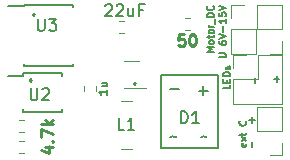
<source format=gbr>
G04 #@! TF.GenerationSoftware,KiCad,Pcbnew,5.0.0-rc3-unknown-520c611~65~ubuntu18.04.1*
G04 #@! TF.CreationDate,2018-07-03T00:15:53+02:00*
G04 #@! TF.ProjectId,vlakinostalo,766C616B696E6F7374616C6F2E6B6963,rev?*
G04 #@! TF.SameCoordinates,Original*
G04 #@! TF.FileFunction,Legend,Top*
G04 #@! TF.FilePolarity,Positive*
%FSLAX46Y46*%
G04 Gerber Fmt 4.6, Leading zero omitted, Abs format (unit mm)*
G04 Created by KiCad (PCBNEW 5.0.0-rc3-unknown-520c611~65~ubuntu18.04.1) date Tue Jul  3 00:15:53 2018*
%MOMM*%
%LPD*%
G01*
G04 APERTURE LIST*
%ADD10C,0.150000*%
%ADD11C,0.250000*%
%ADD12C,0.120000*%
%ADD13C,0.175000*%
G04 APERTURE END LIST*
D10*
X168289917Y-102806471D02*
X168289917Y-102349328D01*
X170128877Y-102679471D02*
X170128877Y-102222328D01*
X170357448Y-102450900D02*
X169900305Y-102450900D01*
X168066397Y-106131331D02*
X168066397Y-105674188D01*
X168294968Y-105902760D02*
X167837825Y-105902760D01*
X168046077Y-108203971D02*
X168046077Y-107746828D01*
D11*
X158075000Y-102757142D02*
X158122619Y-102804761D01*
X158075000Y-102852380D01*
X158027380Y-102804761D01*
X158075000Y-102757142D01*
X158075000Y-102852380D01*
X149275000Y-102482142D02*
X149322619Y-102529761D01*
X149275000Y-102577380D01*
X149227380Y-102529761D01*
X149275000Y-102482142D01*
X149275000Y-102577380D01*
X149550000Y-96907142D02*
X149597619Y-96954761D01*
X149550000Y-97002380D01*
X149502380Y-96954761D01*
X149550000Y-96907142D01*
X149550000Y-97002380D01*
D10*
G04 #@! TO.C,U3*
X148775000Y-96175000D02*
X148775000Y-96225000D01*
X152925000Y-96175000D02*
X152925000Y-96320000D01*
X152925000Y-101325000D02*
X152925000Y-101180000D01*
X148775000Y-101325000D02*
X148775000Y-101180000D01*
X148775000Y-96175000D02*
X152925000Y-96175000D01*
X148775000Y-101325000D02*
X152925000Y-101325000D01*
X148775000Y-96225000D02*
X147375000Y-96225000D01*
D12*
G04 #@! TO.C,R4*
X148325000Y-107650000D02*
X148765000Y-107650000D01*
X148325000Y-108670000D02*
X148765000Y-108670000D01*
D10*
G04 #@! TO.C,U2*
X148635000Y-101925000D02*
X148635000Y-102150000D01*
X151985000Y-101925000D02*
X151985000Y-102225000D01*
X151985000Y-105275000D02*
X151985000Y-104975000D01*
X148635000Y-105275000D02*
X148635000Y-104975000D01*
X148635000Y-101925000D02*
X151985000Y-101925000D01*
X148635000Y-105275000D02*
X151985000Y-105275000D01*
X148635000Y-102150000D02*
X147410000Y-102150000D01*
D12*
G04 #@! TO.C,R3*
X148325000Y-106970000D02*
X148765000Y-106970000D01*
X148325000Y-105950000D02*
X148765000Y-105950000D01*
D10*
G04 #@! TO.C,D1*
X165170000Y-102125000D02*
X165170000Y-108325000D01*
X160370000Y-102125000D02*
X165170000Y-102125000D01*
X160370000Y-108325000D02*
X165170000Y-108325000D01*
X160370000Y-102125000D02*
X160370000Y-108325000D01*
D12*
G04 #@! TO.C,L1*
X156930000Y-104310000D02*
X157910000Y-104310000D01*
X156930000Y-108330000D02*
X157910000Y-108330000D01*
G04 #@! TO.C,R6*
X162825000Y-97270000D02*
X162385000Y-97270000D01*
X162825000Y-98290000D02*
X162385000Y-98290000D01*
G04 #@! TO.C,J2*
X170620240Y-100295260D02*
X169560240Y-100295260D01*
X170620240Y-99235260D02*
X170620240Y-100295260D01*
X170620240Y-98235260D02*
X168500240Y-98235260D01*
X168500240Y-98235260D02*
X168500240Y-96175260D01*
X170620240Y-98235260D02*
X170620240Y-96175260D01*
X170620240Y-96175260D02*
X168500240Y-96175260D01*
G04 #@! TO.C,C2*
X153840000Y-103445000D02*
X153840000Y-103005000D01*
X154860000Y-103445000D02*
X154860000Y-103005000D01*
G04 #@! TO.C,U1*
X158510000Y-100880000D02*
X157210000Y-100880000D01*
X159110000Y-103180000D02*
X157210000Y-103180000D01*
G04 #@! TO.C,M1*
X166290000Y-100310000D02*
X168410000Y-100310000D01*
X166290000Y-98250000D02*
X166290000Y-100310000D01*
X168410000Y-98250000D02*
X168410000Y-100310000D01*
X166290000Y-98250000D02*
X168410000Y-98250000D01*
X166290000Y-97250000D02*
X166290000Y-96190000D01*
X166290000Y-96190000D02*
X167350000Y-96190000D01*
G04 #@! TO.C,C1*
X157195000Y-98510000D02*
X156755000Y-98510000D01*
X157195000Y-97490000D02*
X156755000Y-97490000D01*
G04 #@! TO.C,J1*
X170605000Y-104796020D02*
X168485000Y-104796020D01*
X170605000Y-106856020D02*
X170605000Y-104796020D01*
X168485000Y-106856020D02*
X168485000Y-104796020D01*
X170605000Y-106856020D02*
X168485000Y-106856020D01*
X170605000Y-107856020D02*
X170605000Y-108916020D01*
X170605000Y-108916020D02*
X169545000Y-108916020D01*
G04 #@! TO.C,J3*
X166458080Y-104543160D02*
X170578080Y-104543160D01*
X166458080Y-102483160D02*
X166458080Y-104543160D01*
X170578080Y-100423160D02*
X170578080Y-104543160D01*
X166458080Y-102483160D02*
X168518080Y-102483160D01*
X168518080Y-102483160D02*
X168518080Y-100423160D01*
X168518080Y-100423160D02*
X170578080Y-100423160D01*
X166458080Y-101483160D02*
X166458080Y-100423160D01*
X166458080Y-100423160D02*
X167518080Y-100423160D01*
G04 #@! TO.C,U3*
D10*
X149913095Y-97352380D02*
X149913095Y-98161904D01*
X149960714Y-98257142D01*
X150008333Y-98304761D01*
X150103571Y-98352380D01*
X150294047Y-98352380D01*
X150389285Y-98304761D01*
X150436904Y-98257142D01*
X150484523Y-98161904D01*
X150484523Y-97352380D01*
X150865476Y-97352380D02*
X151484523Y-97352380D01*
X151151190Y-97733333D01*
X151294047Y-97733333D01*
X151389285Y-97780952D01*
X151436904Y-97828571D01*
X151484523Y-97923809D01*
X151484523Y-98161904D01*
X151436904Y-98257142D01*
X151389285Y-98304761D01*
X151294047Y-98352380D01*
X151008333Y-98352380D01*
X150913095Y-98304761D01*
X150865476Y-98257142D01*
G04 #@! TO.C,R4*
D11*
X150560714Y-108228571D02*
X151227380Y-108228571D01*
X150179761Y-108466666D02*
X150894047Y-108704761D01*
X150894047Y-108085714D01*
X151132142Y-107704761D02*
X151179761Y-107657142D01*
X151227380Y-107704761D01*
X151179761Y-107752380D01*
X151132142Y-107704761D01*
X151227380Y-107704761D01*
X150227380Y-107323809D02*
X150227380Y-106657142D01*
X151227380Y-107085714D01*
X151227380Y-106276190D02*
X150227380Y-106276190D01*
X150846428Y-106180952D02*
X151227380Y-105895238D01*
X150560714Y-105895238D02*
X150941666Y-106276190D01*
G04 #@! TO.C,U2*
D10*
X149313095Y-103227380D02*
X149313095Y-104036904D01*
X149360714Y-104132142D01*
X149408333Y-104179761D01*
X149503571Y-104227380D01*
X149694047Y-104227380D01*
X149789285Y-104179761D01*
X149836904Y-104132142D01*
X149884523Y-104036904D01*
X149884523Y-103227380D01*
X150313095Y-103322619D02*
X150360714Y-103275000D01*
X150455952Y-103227380D01*
X150694047Y-103227380D01*
X150789285Y-103275000D01*
X150836904Y-103322619D01*
X150884523Y-103417857D01*
X150884523Y-103513095D01*
X150836904Y-103655952D01*
X150265476Y-104227380D01*
X150884523Y-104227380D01*
G04 #@! TO.C,D1*
X162031904Y-106177380D02*
X162031904Y-105177380D01*
X162270000Y-105177380D01*
X162412857Y-105225000D01*
X162508095Y-105320238D01*
X162555714Y-105415476D01*
X162603333Y-105605952D01*
X162603333Y-105748809D01*
X162555714Y-105939285D01*
X162508095Y-106034523D01*
X162412857Y-106129761D01*
X162270000Y-106177380D01*
X162031904Y-106177380D01*
X163555714Y-106177380D02*
X162984285Y-106177380D01*
X163270000Y-106177380D02*
X163270000Y-105177380D01*
X163174761Y-105320238D01*
X163079523Y-105415476D01*
X162984285Y-105463095D01*
X163739995Y-107391928D02*
X163787614Y-107344309D01*
X163882852Y-107296690D01*
X164073328Y-107391928D01*
X164168566Y-107344309D01*
X164216185Y-107296690D01*
X161149195Y-107366528D02*
X161196814Y-107318909D01*
X161292052Y-107271290D01*
X161482528Y-107366528D01*
X161577766Y-107318909D01*
X161625385Y-107271290D01*
X163544747Y-103442228D02*
X164306652Y-103442228D01*
X163925700Y-103823180D02*
X163925700Y-103061276D01*
X161080947Y-103327928D02*
X161842852Y-103327928D01*
G04 #@! TO.C,L1*
X157233333Y-106727380D02*
X156757142Y-106727380D01*
X156757142Y-105727380D01*
X158090476Y-106727380D02*
X157519047Y-106727380D01*
X157804761Y-106727380D02*
X157804761Y-105727380D01*
X157709523Y-105870238D01*
X157614285Y-105965476D01*
X157519047Y-106013095D01*
G04 #@! TO.C,R6*
D11*
X162311904Y-98652380D02*
X161835714Y-98652380D01*
X161788095Y-99128571D01*
X161835714Y-99080952D01*
X161930952Y-99033333D01*
X162169047Y-99033333D01*
X162264285Y-99080952D01*
X162311904Y-99128571D01*
X162359523Y-99223809D01*
X162359523Y-99461904D01*
X162311904Y-99557142D01*
X162264285Y-99604761D01*
X162169047Y-99652380D01*
X161930952Y-99652380D01*
X161835714Y-99604761D01*
X161788095Y-99557142D01*
X162978571Y-98652380D02*
X163073809Y-98652380D01*
X163169047Y-98700000D01*
X163216666Y-98747619D01*
X163264285Y-98842857D01*
X163311904Y-99033333D01*
X163311904Y-99271428D01*
X163264285Y-99461904D01*
X163216666Y-99557142D01*
X163169047Y-99604761D01*
X163073809Y-99652380D01*
X162978571Y-99652380D01*
X162883333Y-99604761D01*
X162835714Y-99557142D01*
X162788095Y-99461904D01*
X162740476Y-99271428D01*
X162740476Y-99033333D01*
X162788095Y-98842857D01*
X162835714Y-98747619D01*
X162883333Y-98700000D01*
X162978571Y-98652380D01*
G04 #@! TO.C,J2*
D10*
X165259108Y-100603417D02*
X165744822Y-100603417D01*
X165801965Y-100574845D01*
X165830537Y-100546274D01*
X165859108Y-100489131D01*
X165859108Y-100374845D01*
X165830537Y-100317702D01*
X165801965Y-100289131D01*
X165744822Y-100260560D01*
X165259108Y-100260560D01*
X165259108Y-99260560D02*
X165259108Y-99374845D01*
X165287680Y-99431988D01*
X165316251Y-99460560D01*
X165401965Y-99517702D01*
X165516251Y-99546274D01*
X165744822Y-99546274D01*
X165801965Y-99517702D01*
X165830537Y-99489131D01*
X165859108Y-99431988D01*
X165859108Y-99317702D01*
X165830537Y-99260560D01*
X165801965Y-99231988D01*
X165744822Y-99203417D01*
X165601965Y-99203417D01*
X165544822Y-99231988D01*
X165516251Y-99260560D01*
X165487680Y-99317702D01*
X165487680Y-99431988D01*
X165516251Y-99489131D01*
X165544822Y-99517702D01*
X165601965Y-99546274D01*
X165259108Y-99031988D02*
X165859108Y-98831988D01*
X165259108Y-98631988D01*
X165630537Y-98431988D02*
X165630537Y-97974845D01*
X165859108Y-97374845D02*
X165859108Y-97717702D01*
X165859108Y-97546274D02*
X165259108Y-97546274D01*
X165344822Y-97603417D01*
X165401965Y-97660560D01*
X165430537Y-97717702D01*
X165259108Y-96831988D02*
X165259108Y-97117702D01*
X165544822Y-97146274D01*
X165516251Y-97117702D01*
X165487680Y-97060560D01*
X165487680Y-96917702D01*
X165516251Y-96860560D01*
X165544822Y-96831988D01*
X165601965Y-96803417D01*
X165744822Y-96803417D01*
X165801965Y-96831988D01*
X165830537Y-96860560D01*
X165859108Y-96917702D01*
X165859108Y-97060560D01*
X165830537Y-97117702D01*
X165801965Y-97146274D01*
X165259108Y-96631988D02*
X165859108Y-96431988D01*
X165259108Y-96231988D01*
G04 #@! TO.C,C2*
D13*
X155791666Y-103366666D02*
X155791666Y-103766666D01*
X155791666Y-103566666D02*
X155091666Y-103566666D01*
X155191666Y-103633333D01*
X155258333Y-103700000D01*
X155291666Y-103766666D01*
X155325000Y-102766666D02*
X155791666Y-102766666D01*
X155325000Y-103066666D02*
X155691666Y-103066666D01*
X155758333Y-103033333D01*
X155791666Y-102966666D01*
X155791666Y-102866666D01*
X155758333Y-102800000D01*
X155725000Y-102766666D01*
G04 #@! TO.C,M1*
D10*
X164822788Y-100124971D02*
X164222788Y-100124971D01*
X164651360Y-99924971D01*
X164222788Y-99724971D01*
X164822788Y-99724971D01*
X164822788Y-99353542D02*
X164794217Y-99410685D01*
X164765645Y-99439257D01*
X164708502Y-99467828D01*
X164537074Y-99467828D01*
X164479931Y-99439257D01*
X164451360Y-99410685D01*
X164422788Y-99353542D01*
X164422788Y-99267828D01*
X164451360Y-99210685D01*
X164479931Y-99182114D01*
X164537074Y-99153542D01*
X164708502Y-99153542D01*
X164765645Y-99182114D01*
X164794217Y-99210685D01*
X164822788Y-99267828D01*
X164822788Y-99353542D01*
X164422788Y-98982114D02*
X164422788Y-98753542D01*
X164222788Y-98896400D02*
X164737074Y-98896400D01*
X164794217Y-98867828D01*
X164822788Y-98810685D01*
X164822788Y-98753542D01*
X164822788Y-98467828D02*
X164794217Y-98524971D01*
X164765645Y-98553542D01*
X164708502Y-98582114D01*
X164537074Y-98582114D01*
X164479931Y-98553542D01*
X164451360Y-98524971D01*
X164422788Y-98467828D01*
X164422788Y-98382114D01*
X164451360Y-98324971D01*
X164479931Y-98296400D01*
X164537074Y-98267828D01*
X164708502Y-98267828D01*
X164765645Y-98296400D01*
X164794217Y-98324971D01*
X164822788Y-98382114D01*
X164822788Y-98467828D01*
X164822788Y-98010685D02*
X164422788Y-98010685D01*
X164537074Y-98010685D02*
X164479931Y-97982114D01*
X164451360Y-97953542D01*
X164422788Y-97896400D01*
X164422788Y-97839257D01*
X164879931Y-97782114D02*
X164879931Y-97324971D01*
X164822788Y-97182114D02*
X164222788Y-97182114D01*
X164222788Y-97039257D01*
X164251360Y-96953542D01*
X164308502Y-96896400D01*
X164365645Y-96867828D01*
X164479931Y-96839257D01*
X164565645Y-96839257D01*
X164679931Y-96867828D01*
X164737074Y-96896400D01*
X164794217Y-96953542D01*
X164822788Y-97039257D01*
X164822788Y-97182114D01*
X164765645Y-96239257D02*
X164794217Y-96267828D01*
X164822788Y-96353542D01*
X164822788Y-96410685D01*
X164794217Y-96496400D01*
X164737074Y-96553542D01*
X164679931Y-96582114D01*
X164565645Y-96610685D01*
X164479931Y-96610685D01*
X164365645Y-96582114D01*
X164308502Y-96553542D01*
X164251360Y-96496400D01*
X164222788Y-96410685D01*
X164222788Y-96353542D01*
X164251360Y-96267828D01*
X164279931Y-96239257D01*
G04 #@! TO.C,C1*
X155632142Y-96222619D02*
X155679761Y-96175000D01*
X155775000Y-96127380D01*
X156013095Y-96127380D01*
X156108333Y-96175000D01*
X156155952Y-96222619D01*
X156203571Y-96317857D01*
X156203571Y-96413095D01*
X156155952Y-96555952D01*
X155584523Y-97127380D01*
X156203571Y-97127380D01*
X156584523Y-96222619D02*
X156632142Y-96175000D01*
X156727380Y-96127380D01*
X156965476Y-96127380D01*
X157060714Y-96175000D01*
X157108333Y-96222619D01*
X157155952Y-96317857D01*
X157155952Y-96413095D01*
X157108333Y-96555952D01*
X156536904Y-97127380D01*
X157155952Y-97127380D01*
X158013095Y-96460714D02*
X158013095Y-97127380D01*
X157584523Y-96460714D02*
X157584523Y-96984523D01*
X157632142Y-97079761D01*
X157727380Y-97127380D01*
X157870238Y-97127380D01*
X157965476Y-97079761D01*
X158013095Y-97032142D01*
X158822619Y-96603571D02*
X158489285Y-96603571D01*
X158489285Y-97127380D02*
X158489285Y-96127380D01*
X158965476Y-96127380D01*
G04 #@! TO.C,J1*
X167542497Y-107922591D02*
X167571068Y-107979734D01*
X167571068Y-108094020D01*
X167542497Y-108151162D01*
X167485354Y-108179734D01*
X167256782Y-108179734D01*
X167199640Y-108151162D01*
X167171068Y-108094020D01*
X167171068Y-107979734D01*
X167199640Y-107922591D01*
X167256782Y-107894020D01*
X167313925Y-107894020D01*
X167371068Y-108179734D01*
X167571068Y-107694020D02*
X167171068Y-107379734D01*
X167171068Y-107694020D02*
X167571068Y-107379734D01*
X167171068Y-107236877D02*
X167171068Y-107008305D01*
X166971068Y-107151162D02*
X167485354Y-107151162D01*
X167542497Y-107122591D01*
X167571068Y-107065448D01*
X167571068Y-107008305D01*
X167513925Y-106008305D02*
X167542497Y-106036877D01*
X167571068Y-106122591D01*
X167571068Y-106179734D01*
X167542497Y-106265448D01*
X167485354Y-106322591D01*
X167428211Y-106351162D01*
X167313925Y-106379734D01*
X167228211Y-106379734D01*
X167113925Y-106351162D01*
X167056782Y-106322591D01*
X166999640Y-106265448D01*
X166971068Y-106179734D01*
X166971068Y-106122591D01*
X166999640Y-106036877D01*
X167028211Y-106008305D01*
G04 #@! TO.C,J3*
X166212168Y-102942311D02*
X166212168Y-103228025D01*
X165612168Y-103228025D01*
X165897882Y-102742311D02*
X165897882Y-102542311D01*
X166212168Y-102456597D02*
X166212168Y-102742311D01*
X165612168Y-102742311D01*
X165612168Y-102456597D01*
X166212168Y-102199454D02*
X165612168Y-102199454D01*
X165612168Y-102056597D01*
X165640740Y-101970882D01*
X165697882Y-101913740D01*
X165755025Y-101885168D01*
X165869311Y-101856597D01*
X165955025Y-101856597D01*
X166069311Y-101885168D01*
X166126454Y-101913740D01*
X166183597Y-101970882D01*
X166212168Y-102056597D01*
X166212168Y-102199454D01*
X166183597Y-101628025D02*
X166212168Y-101570882D01*
X166212168Y-101456597D01*
X166183597Y-101399454D01*
X166126454Y-101370882D01*
X166097882Y-101370882D01*
X166040740Y-101399454D01*
X166012168Y-101456597D01*
X166012168Y-101542311D01*
X165983597Y-101599454D01*
X165926454Y-101628025D01*
X165897882Y-101628025D01*
X165840740Y-101599454D01*
X165812168Y-101542311D01*
X165812168Y-101456597D01*
X165840740Y-101399454D01*
G04 #@! TD*
M02*

</source>
